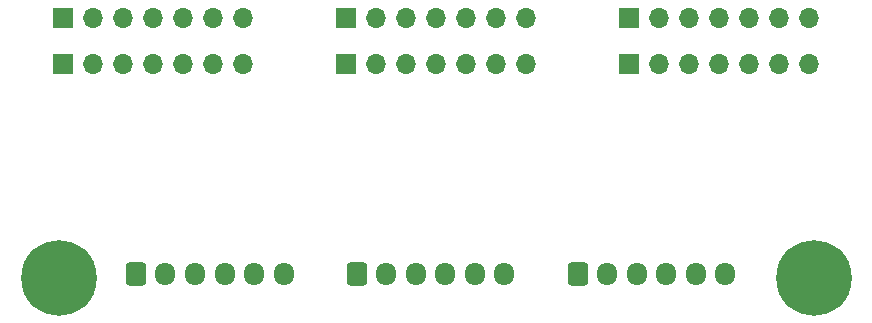
<source format=gbr>
%TF.GenerationSoftware,KiCad,Pcbnew,9.0.0*%
%TF.CreationDate,2025-03-20T15:52:25+01:00*%
%TF.ProjectId,PCB_secondaire,5043425f-7365-4636-9f6e-64616972652e,rev?*%
%TF.SameCoordinates,Original*%
%TF.FileFunction,Soldermask,Bot*%
%TF.FilePolarity,Negative*%
%FSLAX46Y46*%
G04 Gerber Fmt 4.6, Leading zero omitted, Abs format (unit mm)*
G04 Created by KiCad (PCBNEW 9.0.0) date 2025-03-20 15:52:25*
%MOMM*%
%LPD*%
G01*
G04 APERTURE LIST*
G04 Aperture macros list*
%AMRoundRect*
0 Rectangle with rounded corners*
0 $1 Rounding radius*
0 $2 $3 $4 $5 $6 $7 $8 $9 X,Y pos of 4 corners*
0 Add a 4 corners polygon primitive as box body*
4,1,4,$2,$3,$4,$5,$6,$7,$8,$9,$2,$3,0*
0 Add four circle primitives for the rounded corners*
1,1,$1+$1,$2,$3*
1,1,$1+$1,$4,$5*
1,1,$1+$1,$6,$7*
1,1,$1+$1,$8,$9*
0 Add four rect primitives between the rounded corners*
20,1,$1+$1,$2,$3,$4,$5,0*
20,1,$1+$1,$4,$5,$6,$7,0*
20,1,$1+$1,$6,$7,$8,$9,0*
20,1,$1+$1,$8,$9,$2,$3,0*%
G04 Aperture macros list end*
%ADD10R,1.700000X1.700000*%
%ADD11O,1.700000X1.700000*%
%ADD12C,0.800000*%
%ADD13C,6.400000*%
%ADD14RoundRect,0.250000X-0.600000X-0.725000X0.600000X-0.725000X0.600000X0.725000X-0.600000X0.725000X0*%
%ADD15O,1.700000X1.950000*%
G04 APERTURE END LIST*
D10*
%TO.C,J9*%
X146920000Y-133000000D03*
D11*
X149460000Y-133000000D03*
X152000000Y-133000000D03*
X154540000Y-133000000D03*
X157080000Y-133000000D03*
X159620000Y-133000000D03*
X162160000Y-133000000D03*
%TD*%
D12*
%TO.C,H101*%
X96260000Y-151100000D03*
X96962944Y-149402944D03*
X96962944Y-152797056D03*
X98660000Y-148700000D03*
D13*
X98660000Y-151100000D03*
D12*
X98660000Y-153500000D03*
X100357056Y-149402944D03*
X100357056Y-152797056D03*
X101060000Y-151100000D03*
%TD*%
%TO.C,H102*%
X160210000Y-151100000D03*
X160912944Y-149402944D03*
X160912944Y-152797056D03*
X162610000Y-148700000D03*
D13*
X162610000Y-151100000D03*
D12*
X162610000Y-153500000D03*
X164307056Y-149402944D03*
X164307056Y-152797056D03*
X165010000Y-151100000D03*
%TD*%
D10*
%TO.C,J4*%
X122980000Y-129100000D03*
D11*
X125520000Y-129100000D03*
X128060000Y-129100000D03*
X130600000Y-129100000D03*
X133140000Y-129100000D03*
X135680000Y-129100000D03*
X138220000Y-129100000D03*
%TD*%
D14*
%TO.C,J7*%
X105210000Y-150800000D03*
D15*
X107710000Y-150800000D03*
X110210000Y-150800000D03*
X112710000Y-150800000D03*
X115210000Y-150800000D03*
X117710000Y-150800000D03*
%TD*%
D10*
%TO.C,J3*%
X99000000Y-129100000D03*
D11*
X101540000Y-129100000D03*
X104080000Y-129100000D03*
X106620000Y-129100000D03*
X109160000Y-129100000D03*
X111700000Y-129100000D03*
X114240000Y-129100000D03*
%TD*%
D10*
%TO.C,J6*%
X122980000Y-133000000D03*
D11*
X125520000Y-133000000D03*
X128060000Y-133000000D03*
X130600000Y-133000000D03*
X133140000Y-133000000D03*
X135680000Y-133000000D03*
X138220000Y-133000000D03*
%TD*%
D10*
%TO.C,J1*%
X99000000Y-133000000D03*
D11*
X101540000Y-133000000D03*
X104080000Y-133000000D03*
X106620000Y-133000000D03*
X109160000Y-133000000D03*
X111700000Y-133000000D03*
X114240000Y-133000000D03*
%TD*%
D14*
%TO.C,J8*%
X123910000Y-150800000D03*
D15*
X126410000Y-150800000D03*
X128910000Y-150800000D03*
X131410000Y-150800000D03*
X133910000Y-150800000D03*
X136410000Y-150800000D03*
%TD*%
D14*
%TO.C,J2*%
X142610000Y-150800000D03*
D15*
X145110000Y-150800000D03*
X147610000Y-150800000D03*
X150110000Y-150800000D03*
X152610000Y-150800000D03*
X155110000Y-150800000D03*
%TD*%
D10*
%TO.C,J5*%
X146985000Y-129100000D03*
D11*
X149525000Y-129100000D03*
X152065000Y-129100000D03*
X154605000Y-129100000D03*
X157145000Y-129100000D03*
X159685000Y-129100000D03*
X162225000Y-129100000D03*
%TD*%
M02*

</source>
